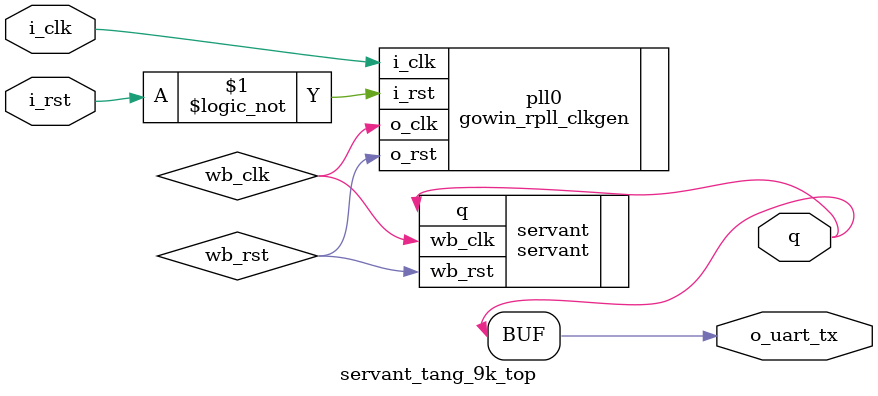
<source format=v>
/*
 * servant_tang_9k.v: servant toplevel for tang nano 9k board.
 *
 * SPDX-FileCopyrightText: 2025 Grug Huhler
 * SPDX-License-Identifier: ISC
 * This file is a simple adaptation of other servant top level
 * files.
 */

`default_nettype none
module servant_tang_9k_top
  (input wire  i_clk, // 27 MHz
   input wire  i_rst, // low when pressed on the 9k
   output wire o_uart_tx,
   output wire q);

   // serv pre-built software tested:
   //  zephyr_hello.hex: Zephyr RTOS hello world.  Needs 8192 bytes SRAM
   //  blinky.hex: Very slowly blinks LED.  Works with 128 bytes
   //  hello_uart.hex: Hello without RTOS.  Works with 128 bytes
   parameter memfile = "../sw/zephyr_hello.hex";
   parameter memsize = 8192;

   wire      wb_clk;
   wire      wb_rst;

   assign o_uart_tx = q;
  
   gowin_rpll_clkgen pll0
     (.i_clk(i_clk),
      .i_rst(!i_rst), // active low to active high
      .o_clk(wb_clk),
      .o_rst(wb_rst));
  
   servant
     #(.memfile (memfile),
       .memsize (memsize))
   servant
     (.wb_clk (wb_clk),
      .wb_rst (wb_rst),
      .q      (q));

endmodule

</source>
